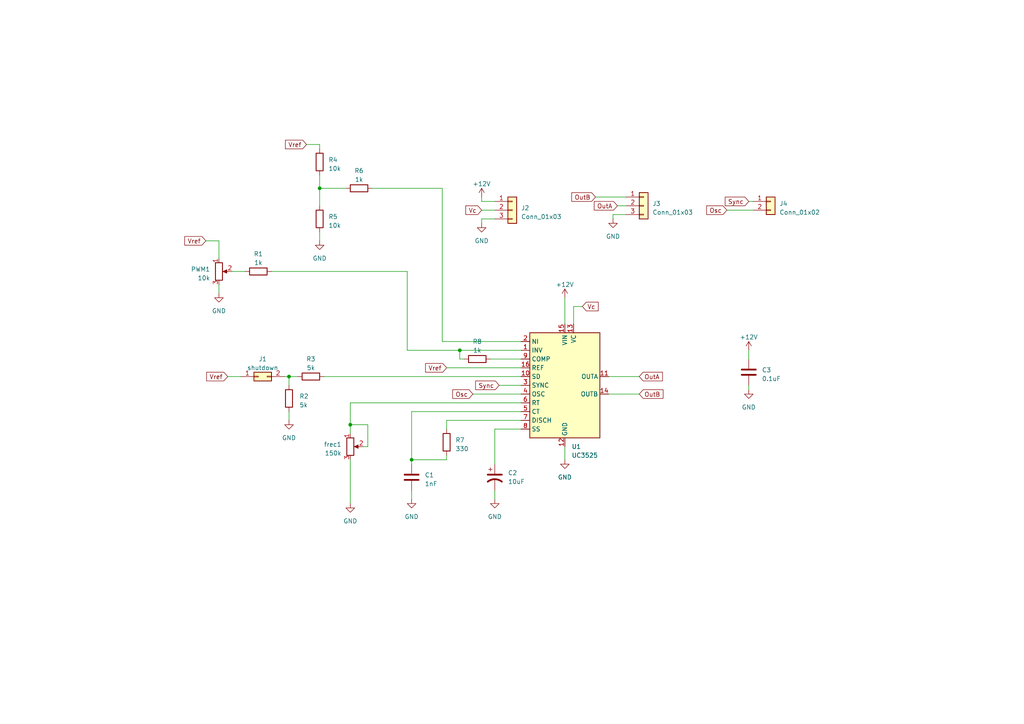
<source format=kicad_sch>
(kicad_sch (version 20230121) (generator eeschema)
  (paper "A4")
  (lib_symbols
    (symbol "Connector_Generic:Conn_01x02" (pin_names (offset 1.016) hide)
      (property "Reference" "J" (at 0 2.54 0))
      (property "Value" "Conn_01x02" (at 0 -5.08 0))
      (symbol "Conn_01x02_1_1"
        (rectangle (start -1.27 -2.413) (end 0 -2.667) (stroke (width 0.1524)))
        (rectangle (start -1.27 0.127) (end 0 -0.127) (stroke (width 0.1524)))
        (rectangle (start -1.27 1.27) (end 1.27 -3.81) (stroke (width 0.254)) (fill (type background)))
        (pin passive line (at -5.08 0 0) (length 3.81) (name "Pin_1") (number "1"))
        (pin passive line (at -5.08 -2.54 0) (length 3.81) (name "Pin_2") (number "2"))
      )
    )
    (symbol "Connector_Generic:Conn_01x03" (pin_names (offset 1.016) hide)
      (property "Reference" "J" (at 0 5.08 0))
      (property "Value" "Conn_01x03" (at 0 -5.08 0))
      (symbol "Conn_01x03_1_1"
        (rectangle (start -1.27 -2.413) (end 0 -2.667) (stroke (width 0.1524)))
        (rectangle (start -1.27 0.127) (end 0 -0.127) (stroke (width 0.1524)))
        (rectangle (start -1.27 2.667) (end 0 2.413) (stroke (width 0.1524)))
        (rectangle (start -1.27 3.81) (end 1.27 -3.81) (stroke (width 0.254)) (fill (type background)))
        (pin passive line (at -5.08 2.54 0) (length 3.81) (name "Pin_1") (number "1"))
        (pin passive line (at -5.08 0 0) (length 3.81) (name "Pin_2") (number "2"))
        (pin passive line (at -5.08 -2.54 0) (length 3.81) (name "Pin_3") (number "3"))
      )
    )
    (symbol "Connector_Generic:Conn_02x01" (pin_names (offset 1.016) hide)
      (property "Reference" "J" (at 1.27 2.54 0))
      (property "Value" "Conn_02x01" (at 1.27 -2.54 0))
      (symbol "Conn_02x01_1_1"
        (rectangle (start -1.27 0.127) (end 0 -0.127) (stroke (width 0.1524)))
        (rectangle (start -1.27 1.27) (end 3.81 -1.27) (stroke (width 0.254)) (fill (type background)))
        (rectangle (start 3.81 0.127) (end 2.54 -0.127) (stroke (width 0.1524)))
        (pin passive line (at -5.08 0 0) (length 3.81) (name "Pin_1") (number "1"))
        (pin passive line (at 7.62 0 180) (length 3.81) (name "Pin_2") (number "2"))
      )
    )
    (symbol "Device:C" (pin_numbers hide) (pin_names (offset 0.254))
      (property "Reference" "C" (at 0.635 2.54 0))
      (property "Value" "C" (at 0.635 -2.54 0))
      (symbol "C_0_1"
        (polyline (pts (xy -2.032 -0.762) (xy 2.032 -0.762)) (stroke (width 0.508)))
        (polyline (pts (xy -2.032 0.762) (xy 2.032 0.762)) (stroke (width 0.508)))
      )
      (symbol "C_1_1"
        (pin passive line (at 0 3.81 270) (length 2.794) (name "~") (number "1"))
        (pin passive line (at 0 -3.81 90) (length 2.794) (name "~") (number "2"))
      )
    )
    (symbol "Device:C_Polarized_US" (pin_numbers hide) (pin_names (offset 0.254) hide)
      (property "Reference" "C" (at 0.635 2.54 0))
      (property "Value" "C_Polarized_US" (at 0.635 -2.54 0))
      (symbol "C_Polarized_US_0_1"
        (polyline (pts (xy -2.032 0.762) (xy 2.032 0.762)) (stroke (width 0.508)))
        (polyline (pts (xy -1.778 2.286) (xy -0.762 2.286)))
        (polyline (pts (xy -1.27 1.778) (xy -1.27 2.794)))
        (arc (start 2.032 -1.27) (mid 0 -0.5572) (end -2.032 -1.27) (stroke (width 0.508)))
      )
      (symbol "C_Polarized_US_1_1"
        (pin passive line (at 0 3.81 270) (length 2.794) (name "~") (number "1"))
        (pin passive line (at 0 -3.81 90) (length 3.302) (name "~") (number "2"))
      )
    )
    (symbol "Device:R" (pin_numbers hide) (pin_names (offset 0))
      (property "Reference" "R" (at 2.032 0 90))
      (property "Value" "R" (at 0 0 90))
      (symbol "R_0_1"
        (rectangle (start -1.016 -2.54) (end 1.016 2.54) (stroke (width 0.254)))
      )
      (symbol "R_1_1"
        (pin passive line (at 0 3.81 270) (length 1.27) (name "~") (number "1"))
        (pin passive line (at 0 -3.81 90) (length 1.27) (name "~") (number "2"))
      )
    )
    (symbol "Device:R_Potentiometer" (pin_names (offset 1.016) hide)
      (property "Reference" "RV" (at -4.445 0 90))
      (property "Value" "R_Potentiometer" (at -2.54 0 90))
      (symbol "R_Potentiometer_0_1"
        (polyline (pts (xy 2.54 0) (xy 1.524 0)))
        (polyline (pts (xy 1.143 0) (xy 2.286 0.508) (xy 2.286 -0.508) (xy 1.143 0)) (fill (type outline)))
        (rectangle (start 1.016 2.54) (end -1.016 -2.54) (stroke (width 0.254)))
      )
      (symbol "R_Potentiometer_1_1"
        (pin passive line (at 0 3.81 270) (length 1.27) (name "1") (number "1"))
        (pin passive line (at 3.81 0 180) (length 1.27) (name "2") (number "2"))
        (pin passive line (at 0 -3.81 90) (length 1.27) (name "3") (number "3"))
      )
    )
    (symbol "Regulator_Controller:UC3525"
      (property "Reference" "U" (at 3.81 19.05 0))
      (property "Value" "UC3525" (at 3.81 16.51 0))
      (symbol "UC3525_0_1"
        (rectangle (start -10.16 -15.24) (end 10.16 15.24) (stroke (width 0.254)) (fill (type background)))
      )
      (symbol "UC3525_1_1"
        (pin input line (at -12.7 10.16 0) (length 2.54) (name "INV") (number "1"))
        (pin passive line (at -12.7 2.54 0) (length 2.54) (name "SD") (number "10"))
        (pin output line (at 12.7 2.54 180) (length 2.54) (name "OUTA") (number "11"))
        (pin power_in line (at 0 -17.78 90) (length 2.54) (name "GND") (number "12"))
        (pin power_in line (at 2.54 17.78 270) (length 2.54) (name "VC") (number "13"))
        (pin output line (at 12.7 -2.54 180) (length 2.54) (name "OUTB") (number "14"))
        (pin power_in line (at 0 17.78 270) (length 2.54) (name "VIN") (number "15"))
        (pin power_in line (at -12.7 5.08 0) (length 2.54) (name "REF") (number "16"))
        (pin input line (at -12.7 12.7 0) (length 2.54) (name "NI") (number "2"))
        (pin passive line (at -12.7 0 0) (length 2.54) (name "SYNC") (number "3"))
        (pin output line (at -12.7 -2.54 0) (length 2.54) (name "OSC") (number "4"))
        (pin passive line (at -12.7 -7.62 0) (length 2.54) (name "CT") (number "5"))
        (pin passive line (at -12.7 -5.08 0) (length 2.54) (name "RT") (number "6"))
        (pin open_collector line (at -12.7 -10.16 0) (length 2.54) (name "DISCH") (number "7"))
        (pin passive line (at -12.7 -12.7 0) (length 2.54) (name "SS") (number "8"))
        (pin passive line (at -12.7 7.62 0) (length 2.54) (name "COMP") (number "9"))
      )
    )
    (symbol "power:+12V" (power) (pin_names (offset 0))
      (property "Value" "+12V" (at 0 3.556 0))
      (symbol "+12V_0_1"
        (polyline (pts (xy -0.762 1.27) (xy 0 2.54)))
        (polyline (pts (xy 0 0) (xy 0 2.54)))
        (polyline (pts (xy 0 2.54) (xy 0.762 1.27)))
      )
      (symbol "+12V_1_1"
        (pin power_in line (at 0 0 90) (length 0) hide (name "+12V") (number "1"))
      )
    )
    (symbol "power:GND" (power) (pin_names (offset 0))
      (property "Value" "GND" (at 0 -3.81 0))
      (symbol "GND_0_1"
        (polyline (pts (xy 0 0) (xy 0 -1.27) (xy 1.27 -1.27) (xy 0 -2.54) (xy -1.27 -1.27) (xy 0 -1.27)))
      )
      (symbol "GND_1_1"
        (pin power_in line (at 0 0 270) (length 0) hide (name "GND") (number "1"))
      )
    )
  )
  (junction (at 133.35 101.6))
  (junction (at 101.6 123.19))
  (junction (at 83.82 109.22))
  (junction (at 119.38 133.35))
  (junction (at 92.71 54.61))
  (wire (pts (xy 63.5 82.55) (xy 63.5 85.09)))
  (wire (pts (xy 151.13 116.84) (xy 101.6 116.84)))
  (wire (pts (xy 163.83 129.54) (xy 163.83 133.35)))
  (wire (pts (xy 92.71 54.61) (xy 92.71 59.69)))
  (wire (pts (xy 217.17 111.76) (xy 217.17 113.03)))
  (wire (pts (xy 172.72 57.15) (xy 181.61 57.15)))
  (wire (pts (xy 119.38 134.62) (xy 119.38 133.35)))
  (wire (pts (xy 101.6 123.19) (xy 101.6 125.73)))
  (wire (pts (xy 142.24 104.14) (xy 151.13 104.14)))
  (wire (pts (xy 92.71 41.91) (xy 92.71 43.18)))
  (wire (pts (xy 128.27 99.06) (xy 151.13 99.06)))
  (wire (pts (xy 139.7 58.42) (xy 143.51 58.42)))
  (wire (pts (xy 151.13 124.46) (xy 143.51 124.46)))
  (wire (pts (xy 83.82 109.22) (xy 83.82 111.76)))
  (wire (pts (xy 66.04 109.22) (xy 69.85 109.22)))
  (wire (pts (xy 133.35 104.14) (xy 134.62 104.14)))
  (wire (pts (xy 168.91 88.9) (xy 166.37 88.9)))
  (wire (pts (xy 119.38 133.35) (xy 119.38 119.38)))
  (wire (pts (xy 129.54 121.92) (xy 129.54 124.46)))
  (wire (pts (xy 144.78 111.76) (xy 151.13 111.76)))
  (wire (pts (xy 143.51 124.46) (xy 143.51 134.62)))
  (wire (pts (xy 143.51 142.24) (xy 143.51 144.78)))
  (wire (pts (xy 163.83 86.36) (xy 163.83 93.98)))
  (wire (pts (xy 118.11 101.6) (xy 133.35 101.6)))
  (wire (pts (xy 119.38 142.24) (xy 119.38 144.78)))
  (wire (pts (xy 217.17 101.6) (xy 217.17 104.14)))
  (wire (pts (xy 151.13 121.92) (xy 129.54 121.92)))
  (wire (pts (xy 129.54 106.68) (xy 151.13 106.68)))
  (wire (pts (xy 92.71 54.61) (xy 92.71 50.8)))
  (wire (pts (xy 166.37 88.9) (xy 166.37 93.98)))
  (wire (pts (xy 119.38 119.38) (xy 151.13 119.38)))
  (wire (pts (xy 78.74 78.74) (xy 118.11 78.74)))
  (wire (pts (xy 176.53 114.3) (xy 185.42 114.3)))
  (wire (pts (xy 93.98 109.22) (xy 151.13 109.22)))
  (wire (pts (xy 176.53 109.22) (xy 185.42 109.22)))
  (wire (pts (xy 82.55 109.22) (xy 83.82 109.22)))
  (wire (pts (xy 139.7 57.15) (xy 139.7 58.42)))
  (wire (pts (xy 151.13 101.6) (xy 133.35 101.6)))
  (wire (pts (xy 133.35 101.6) (xy 133.35 104.14)))
  (wire (pts (xy 143.51 63.5) (xy 139.7 63.5)))
  (wire (pts (xy 118.11 78.74) (xy 118.11 101.6)))
  (wire (pts (xy 100.33 54.61) (xy 92.71 54.61)))
  (wire (pts (xy 101.6 123.19) (xy 106.68 123.19)))
  (wire (pts (xy 88.9 41.91) (xy 92.71 41.91)))
  (wire (pts (xy 67.31 78.74) (xy 71.12 78.74)))
  (wire (pts (xy 137.16 114.3) (xy 151.13 114.3)))
  (wire (pts (xy 105.41 129.54) (xy 106.68 129.54)))
  (wire (pts (xy 181.61 62.23) (xy 177.8 62.23)))
  (wire (pts (xy 139.7 63.5) (xy 139.7 64.77)))
  (wire (pts (xy 92.71 67.31) (xy 92.71 69.85)))
  (wire (pts (xy 139.7 60.96) (xy 143.51 60.96)))
  (wire (pts (xy 101.6 116.84) (xy 101.6 123.19)))
  (wire (pts (xy 210.82 60.96) (xy 218.44 60.96)))
  (wire (pts (xy 129.54 133.35) (xy 119.38 133.35)))
  (wire (pts (xy 217.17 58.42) (xy 218.44 58.42)))
  (wire (pts (xy 177.8 62.23) (xy 177.8 63.5)))
  (wire (pts (xy 59.69 69.85) (xy 63.5 69.85)))
  (wire (pts (xy 128.27 54.61) (xy 128.27 99.06)))
  (wire (pts (xy 107.95 54.61) (xy 128.27 54.61)))
  (wire (pts (xy 83.82 109.22) (xy 86.36 109.22)))
  (wire (pts (xy 129.54 132.08) (xy 129.54 133.35)))
  (wire (pts (xy 83.82 119.38) (xy 83.82 121.92)))
  (wire (pts (xy 106.68 129.54) (xy 106.68 123.19)))
  (wire (pts (xy 63.5 69.85) (xy 63.5 74.93)))
  (wire (pts (xy 101.6 133.35) (xy 101.6 146.05)))
  (wire (pts (xy 179.07 59.69) (xy 181.61 59.69)))
  (global_label "Vc" (shape input) (at 139.7 60.96 180) (property "Intersheetrefs" "${INTERSHEET_REFS}" (effects hide)))
  (global_label "Sync" (shape input) (at 144.78 111.76 180) (property "Intersheetrefs" "${INTERSHEET_REFS}" (effects hide)))
  (global_label "OutA" (shape input) (at 185.42 109.22 0) (property "Intersheetrefs" "${INTERSHEET_REFS}" (effects hide)))
  (global_label "Vc" (shape input) (at 168.91 88.9 0) (property "Intersheetrefs" "${INTERSHEET_REFS}" (effects hide)))
  (global_label "Vref" (shape input) (at 129.54 106.68 180) (property "Intersheetrefs" "${INTERSHEET_REFS}" (effects hide)))
  (global_label "OutB" (shape input) (at 185.42 114.3 0) (property "Intersheetrefs" "${INTERSHEET_REFS}" (effects hide)))
  (global_label "Vref" (shape input) (at 88.9 41.91 180) (property "Intersheetrefs" "${INTERSHEET_REFS}" (effects hide)))
  (global_label "Vref" (shape input) (at 66.04 109.22 180) (property "Intersheetrefs" "${INTERSHEET_REFS}" (effects hide)))
  (global_label "OutA" (shape input) (at 179.07 59.69 180) (property "Intersheetrefs" "${INTERSHEET_REFS}" (effects hide)))
  (global_label "Osc" (shape input) (at 137.16 114.3 180) (property "Intersheetrefs" "${INTERSHEET_REFS}" (effects hide)))
  (global_label "Sync" (shape input) (at 217.17 58.42 180) (property "Intersheetrefs" "${INTERSHEET_REFS}" (effects hide)))
  (global_label "OutB" (shape input) (at 172.72 57.15 180) (property "Intersheetrefs" "${INTERSHEET_REFS}" (effects hide)))
  (global_label "Osc" (shape input) (at 210.82 60.96 180) (property "Intersheetrefs" "${INTERSHEET_REFS}" (effects hide)))
  (global_label "Vref" (shape input) (at 59.69 69.85 180) (property "Intersheetrefs" "${INTERSHEET_REFS}" (effects hide)))
  (symbol (lib_id "Connector_Generic:Conn_01x02") (at 223.52 58.42 0) (unit 1)
    (property "Reference" "J4" (at 226.06 59.055 0) (effects (justify left)))
    (property "Value" "Conn_01x02" (at 226.06 61.595 0) (effects (justify left)))
    (property "Footprint" "Connector_Wire:SolderWire-0.1sqmm_1x02_P3.6mm_D0.4mm_OD1mm" (effects hide))
  )
  (symbol (lib_id "power:GND") (at 63.5 85.09 0) (unit 1)
    (property "Reference" "#PWR01" (effects hide))
    (property "Value" "GND" (at 63.5 90.17 0))
  )
  (symbol (lib_id "power:GND") (at 101.6 146.05 0) (unit 1)
    (property "Reference" "#PWR04" (effects hide))
    (property "Value" "GND" (at 101.6 151.13 0))
  )
  (symbol (lib_id "power:+12V") (at 139.7 57.15 0) (unit 1)
    (property "Reference" "#PWR07" (effects hide))
    (property "Value" "+12V" (at 139.7 53.34 0))
    (instances (project "fuente_conmutada" (path "" (reference "#PWR07") (unit 1)) (path "" (reference "#PWR06") (unit 1))))
  )
  (symbol (lib_id "Device:R") (at 92.71 46.99 180) (unit 1)
    (property "Reference" "R4" (at 95.25 46.355 0) (effects (justify right)))
    (property "Value" "10k" (at 95.25 48.895 0) (effects (justify right)))
    (property "Footprint" "Resistor_THT:R_Axial_DIN0207_L6.3mm_D2.5mm_P7.62mm_Horizontal" (effects hide))
  )
  (symbol (lib_id "Device:R") (at 74.93 78.74 90) (unit 1)
    (property "Reference" "R1" (at 74.93 73.66 90))
    (property "Value" "1k" (at 74.93 76.2 90))
    (property "Footprint" "Resistor_THT:R_Axial_DIN0207_L6.3mm_D2.5mm_P7.62mm_Horizontal" (effects hide))
  )
  (symbol (lib_id "Connector_Generic:Conn_01x03") (at 148.59 60.96 0) (unit 1)
    (property "Reference" "J2" (at 151.13 60.325 0) (effects (justify left)))
    (property "Value" "Conn_01x03" (at 151.13 62.865 0) (effects (justify left)))
    (property "Footprint" "Connector_Wire:SolderWire-0.1sqmm_1x03_P3.6mm_D0.4mm_OD1mm" (effects hide))
  )
  (symbol (lib_id "Device:R") (at 90.17 109.22 90) (unit 1)
    (property "Reference" "R3" (at 90.17 104.14 90))
    (property "Value" "5k" (at 90.17 106.68 90))
    (property "Footprint" "Resistor_THT:R_Axial_DIN0207_L6.3mm_D2.5mm_P7.62mm_Horizontal" (effects hide))
  )
  (symbol (lib_id "Device:R") (at 138.43 104.14 90) (unit 1)
    (property "Reference" "R8" (at 138.43 99.06 90))
    (property "Value" "1k" (at 138.43 101.6 90))
    (property "Footprint" "Resistor_THT:R_Axial_DIN0207_L6.3mm_D2.5mm_P7.62mm_Horizontal" (effects hide))
  )
  (symbol (lib_id "Device:C") (at 217.17 107.95 0) (unit 1)
    (property "Reference" "C3" (at 220.98 107.315 0) (effects (justify left)))
    (property "Value" "0.1uF" (at 220.98 109.855 0) (effects (justify left)))
    (property "Footprint" "Capacitor_THT:C_Disc_D7.5mm_W2.5mm_P5.00mm" (effects hide))
  )
  (symbol (lib_id "Device:R_Potentiometer") (at 63.5 78.74 0) (unit 1)
    (property "Reference" "PWM1" (at 60.96 78.105 0) (effects (justify right)))
    (property "Value" "10k" (at 60.96 80.645 0) (effects (justify right)))
    (property "Footprint" "Potentiometer_THT:Potentiometer_Bourns_3266Y_Vertical" (effects hide))
  )
  (symbol (lib_id "Device:R") (at 129.54 128.27 0) (unit 1)
    (property "Reference" "R7" (at 132.08 127.635 0) (effects (justify left)))
    (property "Value" "330" (at 132.08 130.175 0) (effects (justify left)))
    (property "Footprint" "Resistor_THT:R_Axial_DIN0207_L6.3mm_D2.5mm_P7.62mm_Horizontal" (effects hide))
  )
  (symbol (lib_id "power:GND") (at 92.71 69.85 0) (unit 1)
    (property "Reference" "#PWR03" (effects hide))
    (property "Value" "GND" (at 92.71 74.93 0))
  )
  (symbol (lib_id "Connector_Generic:Conn_01x03") (at 186.69 59.69 0) (unit 1)
    (property "Reference" "J3" (at 189.23 59.055 0) (effects (justify left)))
    (property "Value" "Conn_01x03" (at 189.23 61.595 0) (effects (justify left)))
    (property "Footprint" "Connector_Wire:SolderWire-0.1sqmm_1x03_P3.6mm_D0.4mm_OD1mm" (effects hide))
  )
  (symbol (lib_id "Connector_Generic:Conn_02x01") (at 74.93 109.22 0) (unit 1)
    (property "Reference" "J1" (at 76.2 104.14 0))
    (property "Value" "shutdown" (at 76.2 106.68 0))
    (property "Footprint" "Button_Switch_THT:SW_PUSH_6mm_H9.5mm" (effects hide))
  )
  (symbol (lib_id "Device:C") (at 119.38 138.43 0) (unit 1)
    (property "Reference" "C1" (at 123.19 137.795 0) (effects (justify left)))
    (property "Value" "1nF" (at 123.19 140.335 0) (effects (justify left)))
    (property "Footprint" "Capacitor_THT:CP_Radial_D8.0mm_P5.00mm" (effects hide))
  )
  (symbol (lib_id "Device:R_Potentiometer") (at 101.6 129.54 0) (unit 1)
    (property "Reference" "frec1" (at 99.06 128.905 0) (effects (justify right)))
    (property "Value" "150k" (at 99.06 131.445 0) (effects (justify right)))
    (property "Footprint" "Potentiometer_THT:Potentiometer_Bourns_3266Y_Vertical" (effects hide))
  )
  (symbol (lib_id "power:GND") (at 177.8 63.5 0) (unit 1)
    (property "Reference" "#PWR011" (effects hide))
    (property "Value" "GND" (at 177.8 68.58 0))
  )
  (symbol (lib_id "Device:R") (at 92.71 63.5 180) (unit 1)
    (property "Reference" "R5" (at 95.25 62.865 0) (effects (justify right)))
    (property "Value" "10k" (at 95.25 65.405 0) (effects (justify right)))
    (property "Footprint" "Resistor_THT:R_Axial_DIN0207_L6.3mm_D2.5mm_P7.62mm_Horizontal" (effects hide))
  )
  (symbol (lib_id "power:+12V") (at 163.83 86.36 0) (unit 1)
    (property "Reference" "#PWR09" (effects hide))
    (property "Value" "+12V" (at 163.83 82.55 0))
  )
  (symbol (lib_id "Device:R") (at 83.82 115.57 180) (unit 1)
    (property "Reference" "R2" (at 86.8241 114.935 0) (effects (justify right)))
    (property "Value" "5k" (at 86.8241 117.475 0) (effects (justify right)))
    (property "Footprint" "Resistor_THT:R_Axial_DIN0207_L6.3mm_D2.5mm_P7.62mm_Horizontal" (effects hide))
  )
  (symbol (lib_id "Regulator_Controller:UC3525") (at 163.83 111.76 0) (unit 1)
    (property "Reference" "U1" (at 165.7859 129.54 0) (effects (justify left)))
    (property "Value" "UC3525" (at 165.7859 132.08 0) (effects (justify left)))
    (property "Footprint" "Package_DIP:DIP-16_W7.62mm_LongPads" (effects hide))
    (property "Datasheet" "http://www.ti.com/lit/ds/symlink/uc2525b.pdf" (effects hide))
  )
  (symbol (lib_id "power:GND") (at 83.82 121.92 0) (unit 1)
    (property "Reference" "#PWR02" (effects hide))
    (property "Value" "GND" (at 83.82 127 0))
  )
  (symbol (lib_id "Device:C_Polarized_US") (at 143.51 138.43 0) (unit 1)
    (property "Reference" "C2" (at 147.32 137.16 0) (effects (justify left)))
    (property "Value" "10uF" (at 147.32 139.7 0) (effects (justify left)))
    (property "Footprint" "Capacitor_THT:CP_Radial_D8.0mm_P5.00mm" (effects hide))
  )
  (symbol (lib_id "Device:R") (at 104.14 54.61 90) (unit 1)
    (property "Reference" "R6" (at 104.14 49.53 90))
    (property "Value" "1k" (at 104.14 52.07 90))
    (property "Footprint" "Resistor_THT:R_Axial_DIN0207_L6.3mm_D2.5mm_P7.62mm_Horizontal" (effects hide))
  )
  (symbol (lib_id "power:+12V") (at 217.17 101.6 0) (unit 1)
    (property "Reference" "#PWR013" (effects hide))
    (property "Value" "+12V" (at 217.17 97.79 0))
    (instances (project "fuente_conmutada" (path "" (reference "#PWR013") (unit 1)) (path "" (reference "#PWR012") (unit 1))))
  )
  (symbol (lib_id "power:GND") (at 217.17 113.03 0) (unit 1)
    (property "Reference" "#PWR012" (effects hide))
    (property "Value" "GND" (at 217.17 118.11 0))
    (instances (project "fuente_conmutada" (path "" (reference "#PWR012") (unit 1)) (path "" (reference "#PWR013") (unit 1))))
  )
  (symbol (lib_id "power:GND") (at 143.51 144.78 0) (unit 1)
    (property "Reference" "#PWR06" (effects hide))
    (property "Value" "GND" (at 143.51 149.86 0))
    (instances (project "fuente_conmutada" (path "" (reference "#PWR06") (unit 1)) (path "" (reference "#PWR08") (unit 1))))
  )
  (symbol (lib_id "power:GND") (at 139.7 64.77 0) (unit 1)
    (property "Reference" "#PWR08" (effects hide))
    (property "Value" "GND" (at 139.7 69.85 0))
    (instances (project "fuente_conmutada" (path "" (reference "#PWR08") (unit 1)) (path "" (reference "#PWR07") (unit 1))))
  )
  (symbol (lib_id "power:GND") (at 119.38 144.78 0) (unit 1)
    (property "Reference" "#PWR05" (effects hide))
    (property "Value" "GND" (at 119.38 149.86 0))
  )
  (symbol (lib_id "power:GND") (at 163.83 133.35 0) (unit 1)
    (property "Reference" "#PWR010" (effects hide))
    (property "Value" "GND" (at 163.83 138.43 0))
  )
)
</source>
